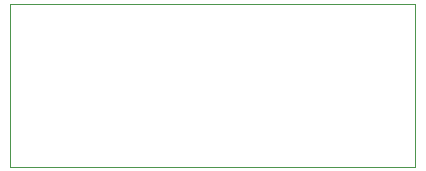
<source format=gbr>
G04 ===== Begin FILE IDENTIFICATION =====*
G04 File Format:  Gerber RS274X*
G04 ===== End FILE IDENTIFICATION =====*
%FSLAX24Y24*%
%MOIN*%
%SFA1.0000B1.0000*%
%OFA0.0B0.0*%
%ADD14C,0.000984*%
%LNboardBound*%
%IPPOS*%
%LPD*%
G75*
D14*
G01X-197Y984D02*
G01X13307D01*
G01Y6417D01*
G01X-197D01*
G01Y984D01*
M02*


</source>
